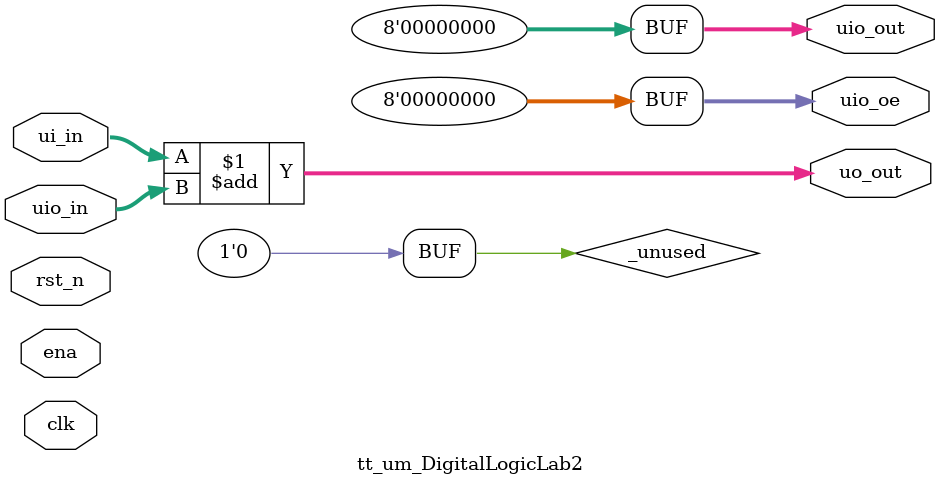
<source format=v>
/*
 * Copyright (c) 2024 Your Name
 * SPDX-License-Identifier: Apache-2.0
 */

`default_nettype none

module tt_um_DigitalLogicLab2 (
    input  wire [7:0] ui_in,    // Dedicated inputs
    output wire [7:0] uo_out,   // Dedicated outputs
    input  wire [7:0] uio_in,   // IOs: Input path
    output wire [7:0] uio_out,  // IOs: Output path
    output wire [7:0] uio_oe,   // IOs: Enable path (active high: 0=input, 1=output)
    input  wire       ena,      // always 1 when the design is powered, so you can ignore it
    input  wire       clk,      // clock
    input  wire       rst_n     // reset_n - low to reset
);

  // All output pins must be assigned. If not used, assign to 0.
  assign uo_out  = ui_in + uio_in;  // Example: ou_out is the sum of ui_in and uio_in
  assign uio_out = 0;
  assign uio_oe  = 0;

  // List all unused inputs to prevent warnings
  wire _unused = &{ena, clk, rst_n, 1'b0};

endmodule

</source>
